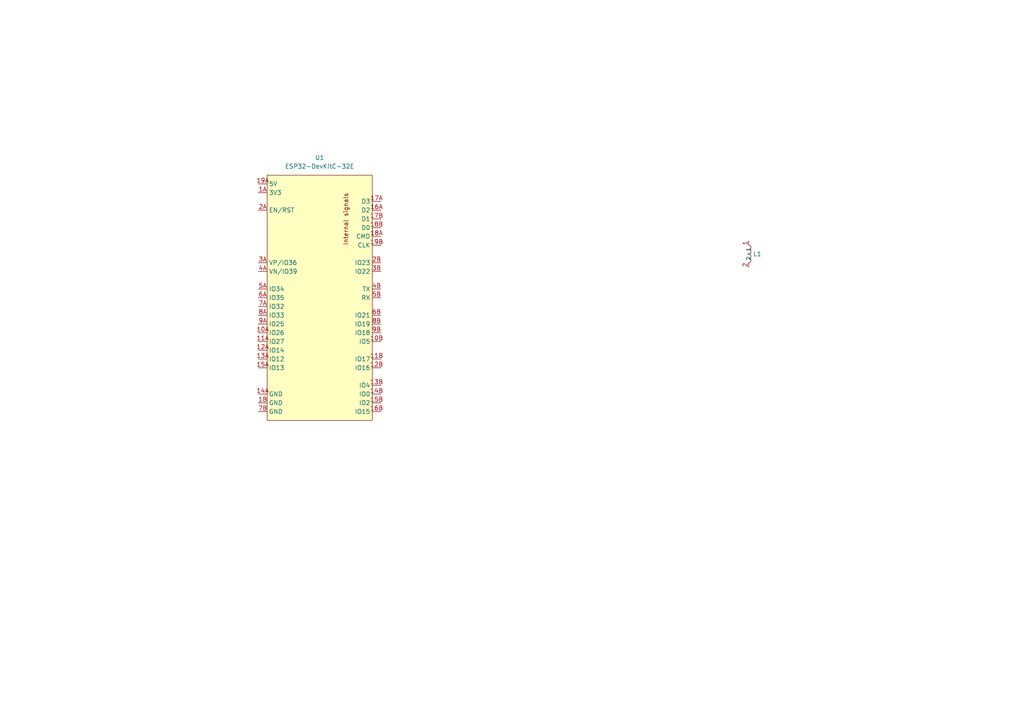
<source format=kicad_sch>
(kicad_sch (version 20230121) (generator eeschema)
  (paper "A4")
  (lib_symbols
    (symbol "taggsystem_library:ESP32-DevKitC-32E"
      (property "Reference" "U" (at -20.32 48.26 0))
      (property "Value" "ESP32-DevKitC-32E" (at -20.32 50.8 0))
      (symbol "ESP32-DevKitC-32E_1_1"
        (rectangle (start -20.32 45.72) (end 10.16 -25.4) (fill (type background)))
        (text "Internal signals" (at 2.54 33.02 900) (effects (font (size 1.27 1.27))))
        (pin bidirectional line (at -22.86 0 0) (length 2.54) (name "IO26") (number "10A"))
        (pin bidirectional line (at 12.7 -2.54 180) (length 2.54) (name "IO5") (number "10B"))
        (pin bidirectional line (at -22.86 -2.54 0) (length 2.54) (name "IO27") (number "11A"))
        (pin bidirectional line (at 12.7 -7.62 180) (length 2.54) (name "IO17") (number "11B"))
        (pin bidirectional line (at -22.86 -5.08 0) (length 2.54) (name "IO14") (number "12A"))
        (pin bidirectional line (at 12.7 -10.16 180) (length 2.54) (name "IO16") (number "12B"))
        (pin bidirectional line (at -22.86 -7.62 0) (length 2.54) (name "IO12") (number "13A"))
        (pin bidirectional line (at 12.7 -15.24 180) (length 2.54) (name "IO4") (number "13B"))
        (pin power_in line (at -22.86 -17.78 0) (length 2.54) (name "GND") (number "14A"))
        (pin bidirectional line (at 12.7 -17.78 180) (length 2.54) (name "IO0") (number "14B"))
        (pin bidirectional line (at -22.86 -10.16 0) (length 2.54) (name "IO13") (number "15A"))
        (pin bidirectional line (at 12.7 -20.32 180) (length 2.54) (name "IO2") (number "15B"))
        (pin bidirectional line (at 12.7 35.56 180) (length 2.54) (name "D2") (number "16A"))
        (pin bidirectional line (at 12.7 -22.86 180) (length 2.54) (name "IO15") (number "16B"))
        (pin bidirectional line (at 12.7 38.1 180) (length 2.54) (name "D3") (number "17A"))
        (pin bidirectional line (at 12.7 33.02 180) (length 2.54) (name "D1") (number "17B"))
        (pin bidirectional line (at 12.7 27.94 180) (length 2.54) (name "CMD") (number "18A"))
        (pin bidirectional line (at 12.7 30.48 180) (length 2.54) (name "D0") (number "18B"))
        (pin power_in line (at -22.86 43.18 0) (length 2.54) (name "5V") (number "19A"))
        (pin bidirectional line (at 12.7 25.4 180) (length 2.54) (name "CLK") (number "19B"))
        (pin power_in line (at -22.86 40.64 0) (length 2.54) (name "3V3") (number "1A"))
        (pin power_in line (at -22.86 -20.32 0) (length 2.54) (name "GND") (number "1B"))
        (pin input line (at -22.86 35.56 0) (length 2.54) (name "EN/RST") (number "2A"))
        (pin bidirectional line (at 12.7 20.32 180) (length 2.54) (name "IO23") (number "2B"))
        (pin input line (at -22.86 20.32 0) (length 2.54) (name "VP/IO36") (number "3A"))
        (pin bidirectional line (at 12.7 17.78 180) (length 2.54) (name "IO22") (number "3B"))
        (pin input line (at -22.86 17.78 0) (length 2.54) (name "VN/IO39") (number "4A"))
        (pin bidirectional line (at 12.7 12.7 180) (length 2.54) (name "TX") (number "4B"))
        (pin input line (at -22.86 12.7 0) (length 2.54) (name "IO34") (number "5A"))
        (pin bidirectional line (at 12.7 10.16 180) (length 2.54) (name "RX") (number "5B"))
        (pin input line (at -22.86 10.16 0) (length 2.54) (name "IO35") (number "6A"))
        (pin bidirectional line (at 12.7 5.08 180) (length 2.54) (name "IO21") (number "6B"))
        (pin bidirectional line (at -22.86 7.62 0) (length 2.54) (name "IO32") (number "7A"))
        (pin power_in line (at -22.86 -22.86 0) (length 2.54) (name "GND") (number "7B"))
        (pin bidirectional line (at -22.86 5.08 0) (length 2.54) (name "IO33") (number "8A"))
        (pin bidirectional line (at 12.7 2.54 180) (length 2.54) (name "IO19") (number "8B"))
        (pin bidirectional line (at -22.86 2.54 0) (length 2.54) (name "IO25") (number "9A"))
        (pin bidirectional line (at 12.7 0 180) (length 2.54) (name "IO18") (number "9B"))
      )
    )
    (symbol "taggsystem_library:IND_4U7_800mA_SMT_1008"
      (property "Reference" "L" (at -2.54 0 90))
      (symbol "IND_4U7_800mA_SMT_1008_0_1"
        (arc (start 0 -2.54) (mid 0.6323 -1.905) (end 0 -1.27))
        (arc (start 0 -1.27) (mid 0.6323 -0.635) (end 0 0))
        (arc (start 0 0) (mid 0.6323 0.635) (end 0 1.27))
        (arc (start 0 1.27) (mid 0.6323 1.905) (end 0 2.54))
      )
      (symbol "IND_4U7_800mA_SMT_1008_1_1"
        (pin passive line (at 0 3.81 270) (length 1.27) (name "1") (number "1"))
        (pin passive line (at 0 -3.81 90) (length 1.27) (name "2") (number "2"))
      )
    )
  )
  (symbol (lib_id "taggsystem_library:IND_4U7_800mA_SMT_1008") (at 217.17 73.66 0) (unit 1)
    (property "Reference" "L1" (at 218.44 73.66 0) (effects (justify left)))
    (property "Value" "~" (at 217.17 73.66 0))
    (property "Footprint" "taggsystem_library:L_1008_2520Metric" (effects hide))
  )
  (symbol (lib_id "taggsystem_library:ESP32-DevKitC-32E") (at 97.79 96.52 0) (unit 1)
    (property "Reference" "U1" (at 92.71 45.72 0))
    (property "Value" "ESP32-DevKitC-32E" (at 92.71 48.26 0))
    (property "Footprint" "taggsystem_library:ESP32-DEVKITC32E" (effects hide))
    (property "Datasheet" "https://docs.espressif.com/projects/esp-idf/en/latest/esp32/hw-reference/esp32/get-started-devkitc.html" (effects hide))
  )
)
</source>
